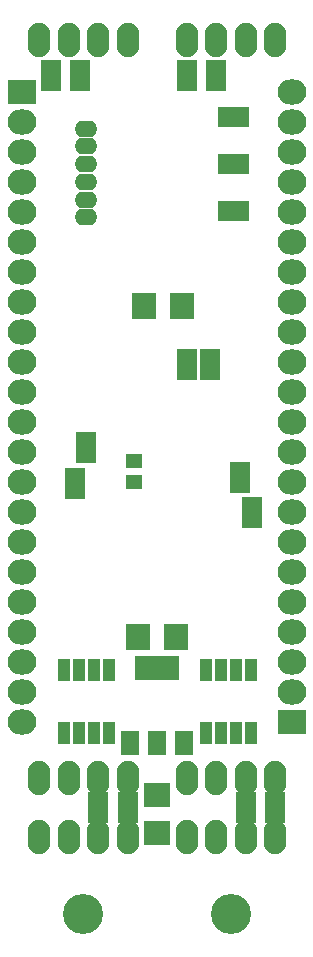
<source format=gbr>
G04 #@! TF.FileFunction,Soldermask,Bot*
%FSLAX46Y46*%
G04 Gerber Fmt 4.6, Leading zero omitted, Abs format (unit mm)*
G04 Created by KiCad (PCBNEW 4.0.6) date 08/21/17 16:56:05*
%MOMM*%
%LPD*%
G01*
G04 APERTURE LIST*
%ADD10C,0.100000*%
%ADD11O,1.924000X1.400000*%
%ADD12R,1.000000X1.950000*%
%ADD13R,2.432000X2.127200*%
%ADD14O,2.432000X2.127200*%
%ADD15O,1.900000X2.900000*%
%ADD16C,3.400000*%
%ADD17R,2.000000X2.200000*%
%ADD18R,2.200000X2.000000*%
%ADD19R,1.400000X1.200000*%
%ADD20R,1.600000X2.100000*%
%ADD21R,3.700000X2.100000*%
%ADD22R,1.670000X1.365200*%
%ADD23R,1.365200X1.670000*%
G04 APERTURE END LIST*
D10*
D11*
X8000000Y-19500000D03*
X8000000Y-18000000D03*
X8000000Y-16500000D03*
X8000000Y-15000000D03*
X8000000Y-13500000D03*
X8000000Y-12000000D03*
D12*
X6095000Y-57800000D03*
X7365000Y-57800000D03*
X8635000Y-57800000D03*
X9905000Y-57800000D03*
X9905000Y-63200000D03*
X8635000Y-63200000D03*
X7365000Y-63200000D03*
X6095000Y-63200000D03*
D13*
X2540000Y-8890000D03*
D14*
X2540000Y-11430000D03*
X2540000Y-13970000D03*
X2540000Y-16510000D03*
X2540000Y-19050000D03*
X2540000Y-21590000D03*
X2540000Y-24130000D03*
X2540000Y-26670000D03*
X2540000Y-29210000D03*
X2540000Y-31750000D03*
X2540000Y-34290000D03*
X2540000Y-36830000D03*
X2540000Y-39370000D03*
X2540000Y-41910000D03*
X2540000Y-44450000D03*
X2540000Y-46990000D03*
X2540000Y-49530000D03*
X2540000Y-52070000D03*
X2540000Y-54610000D03*
X2540000Y-57150000D03*
X2540000Y-59690000D03*
X2540000Y-62230000D03*
D13*
X25400000Y-62230000D03*
D14*
X25400000Y-59690000D03*
X25400000Y-57150000D03*
X25400000Y-54610000D03*
X25400000Y-52070000D03*
X25400000Y-49530000D03*
X25400000Y-46990000D03*
X25400000Y-44450000D03*
X25400000Y-41910000D03*
X25400000Y-39370000D03*
X25400000Y-36830000D03*
X25400000Y-34290000D03*
X25400000Y-31750000D03*
X25400000Y-29210000D03*
X25400000Y-26670000D03*
X25400000Y-24130000D03*
X25400000Y-21590000D03*
X25400000Y-19050000D03*
X25400000Y-16510000D03*
X25400000Y-13970000D03*
X25400000Y-11430000D03*
X25400000Y-8890000D03*
D15*
X4000000Y-4500000D03*
X6500000Y-4500000D03*
X9000000Y-4500000D03*
X11500000Y-4500000D03*
X16500000Y-4500000D03*
X19000000Y-4500000D03*
X21500000Y-4500000D03*
X24000000Y-4500000D03*
X16500000Y-72000000D03*
X19000000Y-72000000D03*
X21500000Y-72000000D03*
X24000000Y-72000000D03*
D16*
X20250000Y-78500000D03*
D15*
X4000000Y-72000000D03*
X6500000Y-72000000D03*
X9000000Y-72000000D03*
X11500000Y-72000000D03*
D16*
X7750000Y-78500000D03*
D15*
X24000000Y-67000000D03*
X21500000Y-67000000D03*
X19000000Y-67000000D03*
X16500000Y-67000000D03*
X11500000Y-67000000D03*
X9000000Y-67000000D03*
X6500000Y-67000000D03*
X4000000Y-67000000D03*
D12*
X18095000Y-57800000D03*
X19365000Y-57800000D03*
X20635000Y-57800000D03*
X21905000Y-57800000D03*
X21905000Y-63200000D03*
X20635000Y-63200000D03*
X19365000Y-63200000D03*
X18095000Y-63200000D03*
D17*
X15600000Y-55000000D03*
X12400000Y-55000000D03*
D18*
X14000000Y-68400000D03*
X14000000Y-71600000D03*
D19*
X12000000Y-41900000D03*
X12000000Y-40100000D03*
D20*
X16300000Y-64000000D03*
X14000000Y-64000000D03*
X11700000Y-64000000D03*
D21*
X14000000Y-57700000D03*
D22*
X9000000Y-70135000D03*
X9000000Y-68865000D03*
X11500000Y-70135000D03*
X11500000Y-68865000D03*
X21500000Y-70135000D03*
X21500000Y-68865000D03*
X24000000Y-70135000D03*
X24000000Y-68865000D03*
D17*
X12900000Y-27000000D03*
X16100000Y-27000000D03*
D22*
X21000000Y-40865000D03*
X21000000Y-42135000D03*
X22000000Y-43865000D03*
X22000000Y-45135000D03*
X5000000Y-8135000D03*
X5000000Y-6865000D03*
X7000000Y-41365000D03*
X7000000Y-42635000D03*
X8000000Y-38365000D03*
X8000000Y-39635000D03*
X7500000Y-8135000D03*
X7500000Y-6865000D03*
X19000000Y-8135000D03*
X19000000Y-6865000D03*
X16500000Y-8135000D03*
X16500000Y-6865000D03*
X18500000Y-31365000D03*
X18500000Y-32635000D03*
X16500000Y-31365000D03*
X16500000Y-32635000D03*
D23*
X21135000Y-11000000D03*
X19865000Y-11000000D03*
X21135000Y-15000000D03*
X19865000Y-15000000D03*
X21135000Y-19000000D03*
X19865000Y-19000000D03*
M02*

</source>
